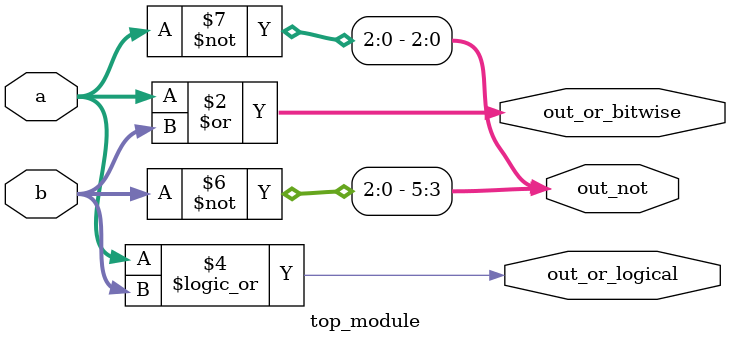
<source format=sv>
module top_module (
    input [2:0] a,
    input [2:0] b,
    output [2:0] out_or_bitwise,
    output out_or_logical,
    output [5:0] out_not
);
    always_comb begin
        out_or_bitwise = a | b;
    end

    always_comb begin
        out_or_logical = a || b;
    end

    always_comb begin
        out_not[5:3] = ~b;
        out_not[2:0] = ~a;
    end
endmodule

</source>
